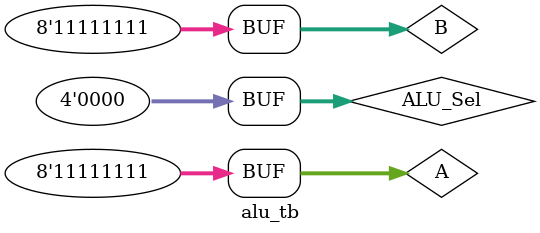
<source format=v>
module alu_tb;
reg [7:0] A, B ;
reg [3:0] ALU_Sel; 
  wire [8:0] ALU_Result;

alu a1(A, B, ALU_Sel, ALU_Result);

initial 
begin
	       ALU_Sel=4'b0000;//add
  		   A=8'b11111111; B=8'b00000000; // A = 0, B = 0
     #50   A=8'b1111_0000; B=8'b0000_1111; // A = 240, B = 15
     #50   A=8'b1111_1111; B=8'b1111_1111; // A = 255, B = 255
  #50;
end

  initial 
    $monitor ($time , " A=%d, B=%d, ALU_Opcode=%d, ALU_Result=%d", A, B, ALU_Sel, ALU_Result);
  
  initial begin
  $dumpfile("dump.vcd"); $dumpvars;
  end
    endmodule
</source>
